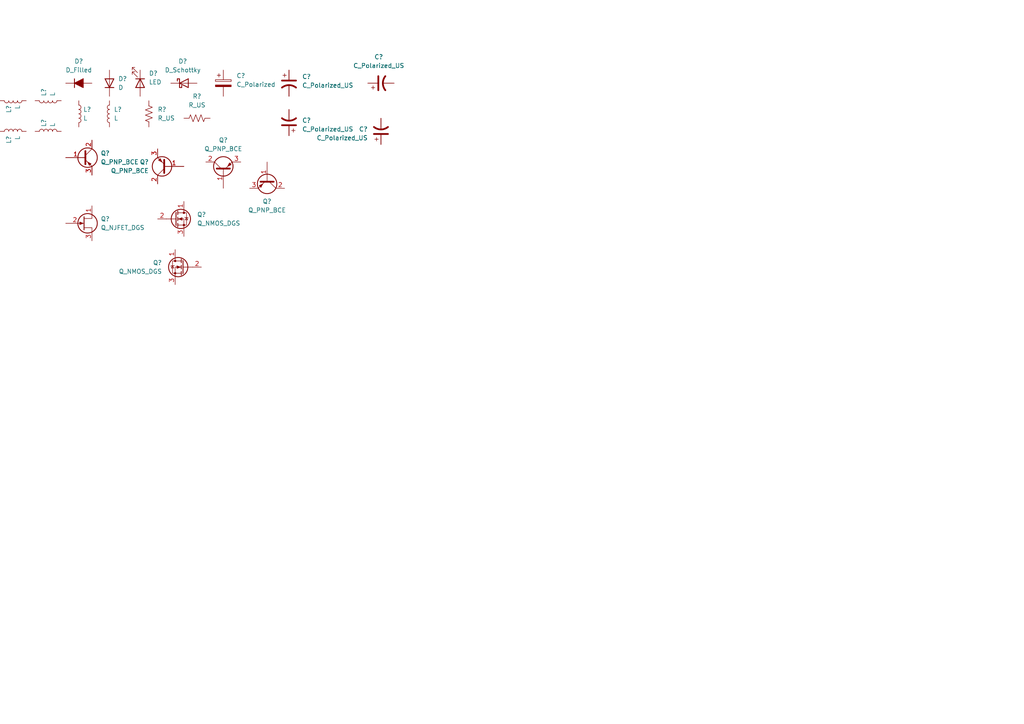
<source format=kicad_sch>
(kicad_sch (version 20211123) (generator eeschema)
  (paper "A4")
  (lib_symbols
    (symbol "Device:C_Polarized" (pin_numbers hide) (pin_names (offset 0.254))
      (property "Reference" "C" (at 0.635 2.54 0))
      (property "Value" "C_Polarized" (at 0.635 -2.54 0))
      (symbol "C_Polarized_0_1"
        (rectangle (start -2.286 0.508) (end 2.286 1.016))
        (polyline (pts (xy -1.778 2.286) (xy -0.762 2.286)))
        (polyline (pts (xy -1.27 2.794) (xy -1.27 1.778)))
        (rectangle (start 2.286 -0.508) (end -2.286 -1.016) (fill (type outline)))
      )
      (symbol "C_Polarized_1_1"
        (pin passive line (at 0 3.81 270) (length 2.794) (name "~") (number "1"))
        (pin passive line (at 0 -3.81 90) (length 2.794) (name "~") (number "2"))
      )
    )
    (symbol "Device:C_Polarized_US" (pin_numbers hide) (pin_names (offset 0.254) hide)
      (property "Reference" "C" (at 0.635 2.54 0))
      (property "Value" "C_Polarized_US" (at 0.635 -2.54 0))
      (symbol "C_Polarized_US_0_1"
        (polyline (pts (xy -2.032 0.762) (xy 2.032 0.762)) (stroke (width 0.508)))
        (polyline (pts (xy -1.778 2.286) (xy -0.762 2.286)))
        (polyline (pts (xy -1.27 1.778) (xy -1.27 2.794)))
        (arc (start 2.032 -1.27) (mid 0 -0.5572) (end -2.032 -1.27) (stroke (width 0.508)))
      )
      (symbol "C_Polarized_US_1_1"
        (pin passive line (at 0 3.81 270) (length 2.794) (name "~") (number "1"))
        (pin passive line (at 0 -3.81 90) (length 3.302) (name "~") (number "2"))
      )
    )
    (symbol "Device:D" (pin_numbers hide) (pin_names (offset 1.016) hide)
      (property "Reference" "D" (at 0 2.54 0))
      (property "Value" "D" (at 0 -2.54 0))
      (symbol "D_0_1"
        (polyline (pts (xy -1.27 1.27) (xy -1.27 -1.27)) (stroke (width 0.254)))
        (polyline (pts (xy 1.27 0) (xy -1.27 0)))
        (polyline (pts (xy 1.27 1.27) (xy 1.27 -1.27) (xy -1.27 0) (xy 1.27 1.27)) (stroke (width 0.254)))
      )
      (symbol "D_1_1"
        (pin passive line (at -3.81 0 0) (length 2.54) (name "K") (number "1"))
        (pin passive line (at 3.81 0 180) (length 2.54) (name "A") (number "2"))
      )
    )
    (symbol "Device:D_Filled" (pin_numbers hide) (pin_names (offset 1.016) hide)
      (property "Reference" "D" (at 0 2.54 0))
      (property "Value" "D_Filled" (at 0 -2.54 0))
      (symbol "D_Filled_0_1"
        (polyline (pts (xy -1.27 1.27) (xy -1.27 -1.27)) (stroke (width 0.254)))
        (polyline (pts (xy 1.27 0) (xy -1.27 0)))
        (polyline (pts (xy 1.27 1.27) (xy 1.27 -1.27) (xy -1.27 0) (xy 1.27 1.27)) (stroke (width 0.254)) (fill (type outline)))
      )
      (symbol "D_Filled_1_1"
        (pin passive line (at -3.81 0 0) (length 2.54) (name "K") (number "1"))
        (pin passive line (at 3.81 0 180) (length 2.54) (name "A") (number "2"))
      )
    )
    (symbol "Device:D_Schottky" (pin_numbers hide) (pin_names (offset 1.016) hide)
      (property "Reference" "D" (at 0 2.54 0))
      (property "Value" "D_Schottky" (at 0 -2.54 0))
      (symbol "D_Schottky_0_1"
        (polyline (pts (xy 1.27 0) (xy -1.27 0)))
        (polyline (pts (xy 1.27 1.27) (xy 1.27 -1.27) (xy -1.27 0) (xy 1.27 1.27)) (stroke (width 0.254)))
        (polyline (pts (xy -1.905 0.635) (xy -1.905 1.27) (xy -1.27 1.27) (xy -1.27 -1.27) (xy -0.635 -1.27) (xy -0.635 -0.635)) (stroke (width 0.254)))
      )
      (symbol "D_Schottky_1_1"
        (pin passive line (at -3.81 0 0) (length 2.54) (name "K") (number "1"))
        (pin passive line (at 3.81 0 180) (length 2.54) (name "A") (number "2"))
      )
    )
    (symbol "Device:L" (pin_numbers hide) (pin_names (offset 1.016) hide)
      (property "Reference" "L" (at -1.27 0 90))
      (property "Value" "L" (at 1.905 0 90))
      (symbol "L_0_1"
        (arc (start 0 -2.54) (mid 0.635 -1.905) (end 0 -1.27))
        (arc (start 0 -1.27) (mid 0.635 -0.635) (end 0 0))
        (arc (start 0 0) (mid 0.635 0.635) (end 0 1.27))
        (arc (start 0 1.27) (mid 0.635 1.905) (end 0 2.54))
      )
      (symbol "L_1_1"
        (pin passive line (at 0 3.81 270) (length 1.27) (name "1") (number "1"))
        (pin passive line (at 0 -3.81 90) (length 1.27) (name "2") (number "2"))
      )
    )
    (symbol "Device:LED" (pin_numbers hide) (pin_names (offset 1.016) hide)
      (property "Reference" "D" (at 0 2.54 0))
      (property "Value" "LED" (at 0 -2.54 0))
      (symbol "LED_0_1"
        (polyline (pts (xy -1.27 -1.27) (xy -1.27 1.27)) (stroke (width 0.254)))
        (polyline (pts (xy -1.27 0) (xy 1.27 0)))
        (polyline (pts (xy 1.27 -1.27) (xy 1.27 1.27) (xy -1.27 0) (xy 1.27 -1.27)) (stroke (width 0.254)))
        (polyline (pts (xy -3.048 -0.762) (xy -4.572 -2.286) (xy -3.81 -2.286) (xy -4.572 -2.286) (xy -4.572 -1.524)))
        (polyline (pts (xy -1.778 -0.762) (xy -3.302 -2.286) (xy -2.54 -2.286) (xy -3.302 -2.286) (xy -3.302 -1.524)))
      )
      (symbol "LED_1_1"
        (pin passive line (at -3.81 0 0) (length 2.54) (name "K") (number "1"))
        (pin passive line (at 3.81 0 180) (length 2.54) (name "A") (number "2"))
      )
    )
    (symbol "Device:Q_NJFET_DGS" (pin_names (offset 0) hide)
      (property "Reference" "Q" (at 5.08 1.27 0))
      (property "Value" "Q_NJFET_DGS" (at 5.08 -1.27 0))
      (symbol "Q_NJFET_DGS_0_1"
        (polyline (pts (xy 0.254 1.905) (xy 0.254 -1.905) (xy 0.254 -1.905)) (stroke (width 0.254)))
        (polyline (pts (xy 2.54 -2.54) (xy 2.54 -1.27) (xy 0.254 -1.27)))
        (polyline (pts (xy 2.54 2.54) (xy 2.54 1.397) (xy 0.254 1.397)))
        (polyline (pts (xy 0 0) (xy -1.016 0.381) (xy -1.016 -0.381) (xy 0 0)) (fill (type outline)))
        (circle (center 1.27 0) (radius 2.8194) (stroke (width 0.254)))
      )
      (symbol "Q_NJFET_DGS_1_1"
        (pin passive line (at 2.54 5.08 270) (length 2.54) (name "D") (number "1"))
        (pin input line (at -5.08 0 0) (length 5.334) (name "G") (number "2"))
        (pin passive line (at 2.54 -5.08 90) (length 2.54) (name "S") (number "3"))
      )
    )
    (symbol "Device:Q_NMOS_DGS" (pin_names (offset 0) hide)
      (property "Reference" "Q" (at 5.08 1.27 0))
      (property "Value" "Q_NMOS_DGS" (at 5.08 -1.27 0))
      (symbol "Q_NMOS_DGS_0_1"
        (polyline (pts (xy 0.254 0) (xy -2.54 0)))
        (polyline (pts (xy 0.254 1.905) (xy 0.254 -1.905)) (stroke (width 0.254)))
        (polyline (pts (xy 0.762 -1.27) (xy 0.762 -2.286)) (stroke (width 0.254)))
        (polyline (pts (xy 0.762 0.508) (xy 0.762 -0.508)) (stroke (width 0.254)))
        (polyline (pts (xy 0.762 2.286) (xy 0.762 1.27)) (stroke (width 0.254)))
        (polyline (pts (xy 2.54 2.54) (xy 2.54 1.778)))
        (polyline (pts (xy 2.54 -2.54) (xy 2.54 0) (xy 0.762 0)))
        (polyline (pts (xy 0.762 -1.778) (xy 3.302 -1.778) (xy 3.302 1.778) (xy 0.762 1.778)))
        (polyline (pts (xy 1.016 0) (xy 2.032 0.381) (xy 2.032 -0.381) (xy 1.016 0)) (fill (type outline)))
        (polyline (pts (xy 2.794 0.508) (xy 2.921 0.381) (xy 3.683 0.381) (xy 3.81 0.254)))
        (polyline (pts (xy 3.302 0.381) (xy 2.921 -0.254) (xy 3.683 -0.254) (xy 3.302 0.381)))
        (circle (center 1.651 0) (radius 2.794) (stroke (width 0.254)))
        (circle (center 2.54 -1.778) (radius 0.254) (fill (type outline)))
        (circle (center 2.54 1.778) (radius 0.254) (fill (type outline)))
      )
      (symbol "Q_NMOS_DGS_1_1"
        (pin passive line (at 2.54 5.08 270) (length 2.54) (name "D") (number "1"))
        (pin input line (at -5.08 0 0) (length 2.54) (name "G") (number "2"))
        (pin passive line (at 2.54 -5.08 90) (length 2.54) (name "S") (number "3"))
      )
    )
    (symbol "Device:Q_PNP_BCE" (pin_names (offset 0) hide)
      (property "Reference" "Q" (at 5.08 1.27 0))
      (property "Value" "Q_PNP_BCE" (at 5.08 -1.27 0))
      (symbol "Q_PNP_BCE_0_1"
        (polyline (pts (xy 0.635 0.635) (xy 2.54 2.54)))
        (polyline (pts (xy 0.635 -0.635) (xy 2.54 -2.54) (xy 2.54 -2.54)))
        (polyline (pts (xy 0.635 1.905) (xy 0.635 -1.905) (xy 0.635 -1.905)) (stroke (width 0.508)))
        (polyline (pts (xy 2.286 -1.778) (xy 1.778 -2.286) (xy 1.27 -1.27) (xy 2.286 -1.778) (xy 2.286 -1.778)) (fill (type outline)))
        (circle (center 1.27 0) (radius 2.8194) (stroke (width 0.254)))
      )
      (symbol "Q_PNP_BCE_1_1"
        (pin input line (at -5.08 0 0) (length 5.715) (name "B") (number "1"))
        (pin passive line (at 2.54 5.08 270) (length 2.54) (name "C") (number "2"))
        (pin passive line (at 2.54 -5.08 90) (length 2.54) (name "E") (number "3"))
      )
    )
    (symbol "Device:R_US" (pin_numbers hide) (pin_names (offset 0))
      (property "Reference" "R" (at 2.54 0 90))
      (property "Value" "R_US" (at -2.54 0 90))
      (symbol "R_US_0_1"
        (polyline (pts (xy 0 -2.286) (xy 0 -2.54)))
        (polyline (pts (xy 0 2.286) (xy 0 2.54)))
        (polyline (pts (xy 0 -0.762) (xy 1.016 -1.143) (xy 0 -1.524) (xy -1.016 -1.905) (xy 0 -2.286)))
        (polyline (pts (xy 0 0.762) (xy 1.016 0.381) (xy 0 0) (xy -1.016 -0.381) (xy 0 -0.762)))
        (polyline (pts (xy 0 2.286) (xy 1.016 1.905) (xy 0 1.524) (xy -1.016 1.143) (xy 0 0.762)))
      )
      (symbol "R_US_1_1"
        (pin passive line (at 0 3.81 270) (length 1.27) (name "~") (number "1"))
        (pin passive line (at 0 -3.81 90) (length 1.27) (name "~") (number "2"))
      )
    )
  )
  (symbol (lib_id "Device:Q_PNP_BCE") (at 24.13 45.72 0) (unit 1)
    (property "Reference" "Q?" (at 29.21 44.4499 0) (effects (justify left)))
    (property "Value" "Q_PNP_BCE" (at 29.21 46.9899 0) (effects (justify left)))
  )
  (symbol (lib_id "Device:L") (at 22.86 33.02 0) (unit 1)
    (property "Reference" "L?" (at 24.13 31.7499 0) (effects (justify left)))
    (property "Value" "L" (at 24.13 34.2899 0) (effects (justify left)))
  )
  (symbol (lib_id "Device:D") (at 31.75 24.13 90) (unit 1)
    (property "Reference" "D?" (at 34.29 22.8599 90) (effects (justify right)))
    (property "Value" "D" (at 34.29 25.3999 90) (effects (justify right)))
  )
  (symbol (lib_id "Device:Q_NMOS_DGS") (at 50.8 63.5 0) (unit 1)
    (property "Reference" "Q?" (at 57.15 62.2299 0) (effects (justify left)))
    (property "Value" "Q_NMOS_DGS" (at 57.15 64.7699 0) (effects (justify left)))
  )
  (symbol (lib_id "Device:L") (at 13.97 38.1 90) (unit 1)
    (property "Reference" "L?" (at 12.6999 36.83 0) (effects (justify left)))
    (property "Value" "L" (at 15.2399 36.83 0) (effects (justify left)))
  )
  (symbol (lib_id "Device:C_Polarized_US") (at 110.49 24.13 90) (unit 1)
    (property "Reference" "C?" (at 109.855 16.51 90))
    (property "Value" "C_Polarized_US" (at 109.855 19.05 90))
  )
  (symbol (lib_id "Device:Q_NJFET_DGS") (at 24.13 64.77 0) (unit 1)
    (property "Reference" "Q?" (at 29.21 63.4999 0) (effects (justify left)))
    (property "Value" "Q_NJFET_DGS" (at 29.21 66.0399 0) (effects (justify left)))
  )
  (symbol (lib_id "Device:LED") (at 40.64 24.13 270) (unit 1)
    (property "Reference" "D?" (at 43.18 21.2724 90) (effects (justify left)))
    (property "Value" "LED" (at 43.18 23.8124 90) (effects (justify left)))
  )
  (symbol (lib_id "Device:L") (at 3.81 29.21 90) (mirror x) (unit 1)
    (property "Reference" "L?" (at 2.5399 30.48 0) (effects (justify left)))
    (property "Value" "L" (at 5.0799 30.48 0) (effects (justify left)))
  )
  (symbol (lib_id "Device:Q_PNP_BCE") (at 64.77 49.53 90) (unit 1)
    (property "Reference" "Q?" (at 64.77 40.64 90))
    (property "Value" "Q_PNP_BCE" (at 64.77 43.18 90))
  )
  (symbol (lib_id "Device:L") (at 3.81 38.1 90) (unit 1)
    (property "Reference" "L?" (at 2.5399 39.37 0) (effects (justify right)))
    (property "Value" "L" (at 5.0799 39.37 0) (effects (justify right)))
  )
  (symbol (lib_id "Device:C_Polarized_US") (at 83.82 24.13 0) (unit 1)
    (property "Reference" "C?" (at 87.63 22.2249 0) (effects (justify left)))
    (property "Value" "C_Polarized_US" (at 87.63 24.7649 0) (effects (justify left)))
  )
  (symbol (lib_id "Device:D_Schottky") (at 53.34 24.13 0) (unit 1)
    (property "Reference" "D?" (at 53.0225 17.78 0))
    (property "Value" "D_Schottky" (at 53.0225 20.32 0))
  )
  (symbol (lib_id "Device:C_Polarized") (at 64.77 24.13 0) (unit 1)
    (property "Reference" "C?" (at 68.58 21.9709 0) (effects (justify left)))
    (property "Value" "C_Polarized" (at 68.58 24.5109 0) (effects (justify left)))
  )
  (symbol (lib_id "Device:L") (at 13.97 29.21 90) (mirror x) (unit 1)
    (property "Reference" "L?" (at 12.6999 27.94 0) (effects (justify right)))
    (property "Value" "L" (at 15.2399 27.94 0) (effects (justify right)))
  )
  (symbol (lib_id "Device:L") (at 31.75 33.02 0) (mirror y) (unit 1)
    (property "Reference" "L?" (at 33.02 31.7499 0) (effects (justify right)))
    (property "Value" "L" (at 33.02 34.2899 0) (effects (justify right)))
  )
  (symbol (lib_id "Device:C_Polarized_US") (at 110.49 38.1 0) (mirror x) (unit 1)
    (property "Reference" "C?" (at 106.68 37.4649 0) (effects (justify right)))
    (property "Value" "C_Polarized_US" (at 106.68 40.0049 0) (effects (justify right)))
  )
  (symbol (lib_id "Device:R_US") (at 57.15 34.29 90) (unit 1)
    (property "Reference" "R?" (at 57.15 27.94 90))
    (property "Value" "R_US" (at 57.15 30.48 90))
  )
  (symbol (lib_id "Device:Q_NMOS_DGS") (at 53.34 77.47 0) (mirror y) (unit 1)
    (property "Reference" "Q?" (at 46.99 76.1999 0) (effects (justify left)))
    (property "Value" "Q_NMOS_DGS" (at 46.99 78.7399 0) (effects (justify left)))
  )
  (symbol (lib_id "Device:Q_PNP_BCE") (at 48.26 48.26 180) (unit 1)
    (property "Reference" "Q?" (at 43.18 46.9899 0) (effects (justify left)))
    (property "Value" "Q_PNP_BCE" (at 43.18 49.5299 0) (effects (justify left)))
  )
  (symbol (lib_id "Device:C_Polarized_US") (at 83.82 35.56 180) (unit 1)
    (property "Reference" "C?" (at 87.63 34.9249 0) (effects (justify right)))
    (property "Value" "C_Polarized_US" (at 87.63 37.4649 0) (effects (justify right)))
  )
  (symbol (lib_id "Device:Q_PNP_BCE") (at 77.47 52.07 270) (unit 1)
    (property "Reference" "Q?" (at 77.47 58.42 90))
    (property "Value" "Q_PNP_BCE" (at 77.47 60.96 90))
  )
  (symbol (lib_id "Device:D_Filled") (at 22.86 24.13 0) (unit 1)
    (property "Reference" "D?" (at 22.86 17.78 0))
    (property "Value" "D_Filled" (at 22.86 20.32 0))
  )
  (symbol (lib_id "Device:R_US") (at 43.18 33.02 0) (unit 1)
    (property "Reference" "R?" (at 45.72 31.7499 0) (effects (justify left)))
    (property "Value" "R_US" (at 45.72 34.2899 0) (effects (justify left)))
  )
)
</source>
